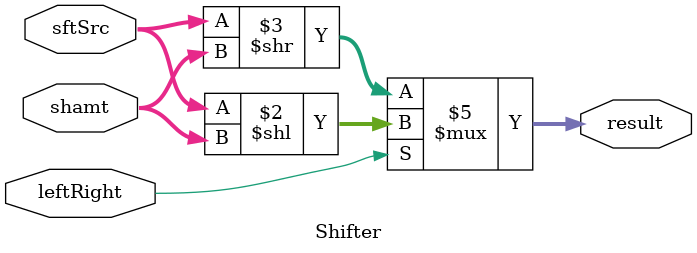
<source format=v>
module Shifter (
    leftRight,
    shamt,
    sftSrc,
    result
);

  //I/O ports
  input leftRight;
  input [5-1:0] shamt;
  input [32-1:0] sftSrc;

  output [32-1:0] result;

  //Internal Signals
  reg [32-1:0] result;

  //Main function
  /*your code here*/
  always @(*) begin
    if(leftRight) begin
  	result = sftSrc << shamt;
  end
  else begin
  	result = sftSrc >> shamt;
  end
  end

endmodule

</source>
